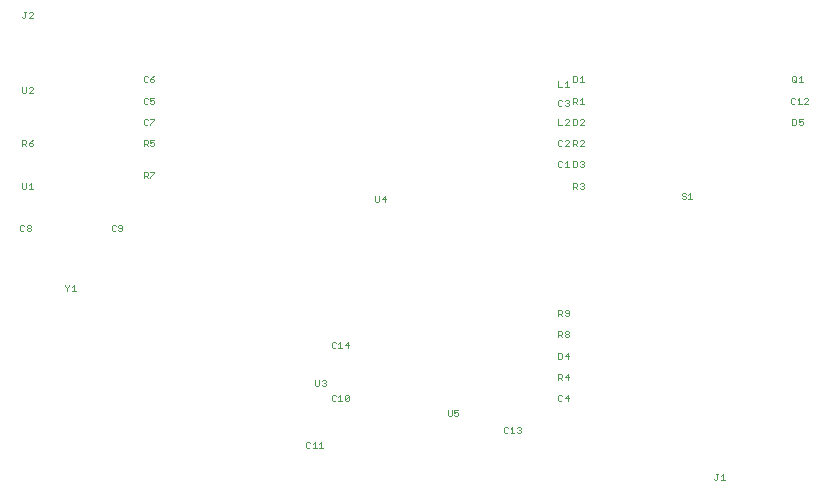
<source format=gto>
G75*
%MOIN*%
%OFA0B0*%
%FSLAX24Y24*%
%IPPOS*%
%LPD*%
%AMOC8*
5,1,8,0,0,1.08239X$1,22.5*
%
%ADD10C,0.0040*%
D10*
X010464Y007052D02*
X010497Y007019D01*
X010564Y007019D01*
X010598Y007052D01*
X010685Y007019D02*
X010819Y007019D01*
X010752Y007019D02*
X010752Y007219D01*
X010685Y007152D01*
X010598Y007186D02*
X010564Y007219D01*
X010497Y007219D01*
X010464Y007186D01*
X010464Y007052D01*
X010906Y007019D02*
X011040Y007019D01*
X010973Y007019D02*
X010973Y007219D01*
X010906Y007152D01*
X011348Y008578D02*
X011415Y008578D01*
X011448Y008611D01*
X011535Y008578D02*
X011669Y008578D01*
X011602Y008578D02*
X011602Y008778D01*
X011535Y008711D01*
X011448Y008745D02*
X011415Y008778D01*
X011348Y008778D01*
X011315Y008745D01*
X011315Y008611D01*
X011348Y008578D01*
X011756Y008611D02*
X011756Y008745D01*
X011790Y008778D01*
X011857Y008778D01*
X011890Y008745D01*
X011756Y008611D01*
X011790Y008578D01*
X011857Y008578D01*
X011890Y008611D01*
X011890Y008745D01*
X011121Y009110D02*
X011088Y009076D01*
X011021Y009076D01*
X010988Y009110D01*
X010900Y009110D02*
X010900Y009277D01*
X010988Y009243D02*
X011021Y009277D01*
X011088Y009277D01*
X011121Y009243D01*
X011121Y009210D01*
X011088Y009176D01*
X011121Y009143D01*
X011121Y009110D01*
X011088Y009176D02*
X011055Y009176D01*
X010900Y009110D02*
X010867Y009076D01*
X010800Y009076D01*
X010767Y009110D01*
X010767Y009277D01*
X011348Y010350D02*
X011415Y010350D01*
X011448Y010383D01*
X011535Y010350D02*
X011669Y010350D01*
X011602Y010350D02*
X011602Y010550D01*
X011535Y010483D01*
X011448Y010516D02*
X011415Y010550D01*
X011348Y010550D01*
X011315Y010516D01*
X011315Y010383D01*
X011348Y010350D01*
X011756Y010450D02*
X011890Y010450D01*
X011857Y010550D02*
X011756Y010450D01*
X011857Y010350D02*
X011857Y010550D01*
X015181Y008282D02*
X015181Y008115D01*
X015214Y008082D01*
X015281Y008082D01*
X015314Y008115D01*
X015314Y008282D01*
X015402Y008282D02*
X015402Y008182D01*
X015469Y008215D01*
X015502Y008215D01*
X015535Y008182D01*
X015535Y008115D01*
X015502Y008082D01*
X015435Y008082D01*
X015402Y008115D01*
X015402Y008282D02*
X015535Y008282D01*
X017055Y007682D02*
X017055Y007548D01*
X017088Y007515D01*
X017155Y007515D01*
X017188Y007548D01*
X017276Y007515D02*
X017409Y007515D01*
X017342Y007515D02*
X017342Y007715D01*
X017276Y007648D01*
X017188Y007682D02*
X017155Y007715D01*
X017088Y007715D01*
X017055Y007682D01*
X017497Y007682D02*
X017530Y007715D01*
X017597Y007715D01*
X017630Y007682D01*
X017630Y007648D01*
X017597Y007615D01*
X017630Y007582D01*
X017630Y007548D01*
X017597Y007515D01*
X017530Y007515D01*
X017497Y007548D01*
X017563Y007615D02*
X017597Y007615D01*
X018866Y008611D02*
X018899Y008578D01*
X018966Y008578D01*
X018999Y008611D01*
X019087Y008678D02*
X019187Y008778D01*
X019187Y008578D01*
X019220Y008678D02*
X019087Y008678D01*
X018999Y008745D02*
X018966Y008778D01*
X018899Y008778D01*
X018866Y008745D01*
X018866Y008611D01*
X018866Y009287D02*
X018866Y009487D01*
X018966Y009487D01*
X018999Y009453D01*
X018999Y009387D01*
X018966Y009353D01*
X018866Y009353D01*
X018933Y009353D02*
X018999Y009287D01*
X019087Y009387D02*
X019220Y009387D01*
X019187Y009487D02*
X019087Y009387D01*
X019187Y009287D02*
X019187Y009487D01*
X019187Y009995D02*
X019187Y010195D01*
X019087Y010095D01*
X019220Y010095D01*
X018999Y010029D02*
X018999Y010162D01*
X018966Y010195D01*
X018866Y010195D01*
X018866Y009995D01*
X018966Y009995D01*
X018999Y010029D01*
X018999Y010704D02*
X018933Y010771D01*
X018966Y010771D02*
X018866Y010771D01*
X018866Y010704D02*
X018866Y010904D01*
X018966Y010904D01*
X018999Y010871D01*
X018999Y010804D01*
X018966Y010771D01*
X019087Y010771D02*
X019120Y010804D01*
X019187Y010804D01*
X019220Y010771D01*
X019220Y010737D01*
X019187Y010704D01*
X019120Y010704D01*
X019087Y010737D01*
X019087Y010771D01*
X019120Y010804D02*
X019087Y010837D01*
X019087Y010871D01*
X019120Y010904D01*
X019187Y010904D01*
X019220Y010871D01*
X019220Y010837D01*
X019187Y010804D01*
X019187Y011413D02*
X019220Y011446D01*
X019220Y011579D01*
X019187Y011613D01*
X019120Y011613D01*
X019087Y011579D01*
X019087Y011546D01*
X019120Y011513D01*
X019220Y011513D01*
X019187Y011413D02*
X019120Y011413D01*
X019087Y011446D01*
X018999Y011413D02*
X018933Y011479D01*
X018966Y011479D02*
X018866Y011479D01*
X018866Y011413D02*
X018866Y011613D01*
X018966Y011613D01*
X018999Y011579D01*
X018999Y011513D01*
X018966Y011479D01*
X022976Y015344D02*
X023010Y015310D01*
X023076Y015310D01*
X023110Y015344D01*
X023110Y015377D01*
X023076Y015410D01*
X023010Y015410D01*
X022976Y015444D01*
X022976Y015477D01*
X023010Y015510D01*
X023076Y015510D01*
X023110Y015477D01*
X023197Y015444D02*
X023264Y015510D01*
X023264Y015310D01*
X023197Y015310D02*
X023331Y015310D01*
X026661Y017791D02*
X026661Y017991D01*
X026761Y017991D01*
X026795Y017957D01*
X026795Y017824D01*
X026761Y017791D01*
X026661Y017791D01*
X026882Y017824D02*
X026916Y017791D01*
X026982Y017791D01*
X027016Y017824D01*
X027016Y017891D01*
X026982Y017924D01*
X026949Y017924D01*
X026882Y017891D01*
X026882Y017991D01*
X027016Y017991D01*
X026976Y018499D02*
X026843Y018499D01*
X026909Y018499D02*
X026909Y018699D01*
X026843Y018633D01*
X026755Y018666D02*
X026722Y018699D01*
X026655Y018699D01*
X026622Y018666D01*
X026622Y018533D01*
X026655Y018499D01*
X026722Y018499D01*
X026755Y018533D01*
X027064Y018499D02*
X027197Y018633D01*
X027197Y018666D01*
X027164Y018699D01*
X027097Y018699D01*
X027064Y018666D01*
X027064Y018499D02*
X027197Y018499D01*
X027016Y019208D02*
X026882Y019208D01*
X026949Y019208D02*
X026949Y019408D01*
X026882Y019341D01*
X026795Y019375D02*
X026795Y019241D01*
X026761Y019208D01*
X026695Y019208D01*
X026661Y019241D01*
X026661Y019375D01*
X026695Y019408D01*
X026761Y019408D01*
X026795Y019375D01*
X026728Y019275D02*
X026795Y019208D01*
X019716Y019208D02*
X019583Y019208D01*
X019650Y019208D02*
X019650Y019408D01*
X019583Y019341D01*
X019495Y019375D02*
X019462Y019408D01*
X019362Y019408D01*
X019362Y019208D01*
X019462Y019208D01*
X019495Y019241D01*
X019495Y019375D01*
X019154Y019266D02*
X019154Y019066D01*
X019220Y019066D02*
X019087Y019066D01*
X018999Y019066D02*
X018866Y019066D01*
X018866Y019266D01*
X019087Y019200D02*
X019154Y019266D01*
X019362Y018699D02*
X019462Y018699D01*
X019495Y018666D01*
X019495Y018599D01*
X019462Y018566D01*
X019362Y018566D01*
X019429Y018566D02*
X019495Y018499D01*
X019583Y018499D02*
X019716Y018499D01*
X019650Y018499D02*
X019650Y018699D01*
X019583Y018633D01*
X019362Y018699D02*
X019362Y018499D01*
X019220Y018495D02*
X019220Y018462D01*
X019187Y018428D01*
X019120Y018428D01*
X019087Y018462D01*
X018999Y018462D02*
X018966Y018428D01*
X018899Y018428D01*
X018866Y018462D01*
X018866Y018595D01*
X018899Y018629D01*
X018966Y018629D01*
X018999Y018595D01*
X019087Y018595D02*
X019120Y018629D01*
X019187Y018629D01*
X019220Y018595D01*
X019220Y018562D01*
X019187Y018528D01*
X019220Y018495D01*
X019187Y018528D02*
X019154Y018528D01*
X019187Y017991D02*
X019120Y017991D01*
X019087Y017957D01*
X019187Y017991D02*
X019220Y017957D01*
X019220Y017924D01*
X019087Y017791D01*
X019220Y017791D01*
X019362Y017791D02*
X019362Y017991D01*
X019462Y017991D01*
X019495Y017957D01*
X019495Y017824D01*
X019462Y017791D01*
X019362Y017791D01*
X019583Y017791D02*
X019716Y017924D01*
X019716Y017957D01*
X019683Y017991D01*
X019616Y017991D01*
X019583Y017957D01*
X019583Y017791D02*
X019716Y017791D01*
X019683Y017282D02*
X019616Y017282D01*
X019583Y017249D01*
X019495Y017249D02*
X019495Y017182D01*
X019462Y017149D01*
X019362Y017149D01*
X019429Y017149D02*
X019495Y017082D01*
X019583Y017082D02*
X019716Y017215D01*
X019716Y017249D01*
X019683Y017282D01*
X019495Y017249D02*
X019462Y017282D01*
X019362Y017282D01*
X019362Y017082D01*
X019220Y017082D02*
X019087Y017082D01*
X019220Y017215D01*
X019220Y017249D01*
X019187Y017282D01*
X019120Y017282D01*
X019087Y017249D01*
X018999Y017249D02*
X018966Y017282D01*
X018899Y017282D01*
X018866Y017249D01*
X018866Y017115D01*
X018899Y017082D01*
X018966Y017082D01*
X018999Y017115D01*
X018966Y016573D02*
X018899Y016573D01*
X018866Y016540D01*
X018866Y016407D01*
X018899Y016373D01*
X018966Y016373D01*
X018999Y016407D01*
X019087Y016373D02*
X019220Y016373D01*
X019154Y016373D02*
X019154Y016573D01*
X019087Y016507D01*
X018999Y016540D02*
X018966Y016573D01*
X019362Y016573D02*
X019362Y016373D01*
X019462Y016373D01*
X019495Y016407D01*
X019495Y016540D01*
X019462Y016573D01*
X019362Y016573D01*
X019583Y016540D02*
X019616Y016573D01*
X019683Y016573D01*
X019716Y016540D01*
X019716Y016507D01*
X019683Y016473D01*
X019716Y016440D01*
X019716Y016407D01*
X019683Y016373D01*
X019616Y016373D01*
X019583Y016407D01*
X019650Y016473D02*
X019683Y016473D01*
X019683Y015865D02*
X019716Y015831D01*
X019716Y015798D01*
X019683Y015765D01*
X019716Y015731D01*
X019716Y015698D01*
X019683Y015665D01*
X019616Y015665D01*
X019583Y015698D01*
X019495Y015665D02*
X019429Y015731D01*
X019462Y015731D02*
X019362Y015731D01*
X019362Y015665D02*
X019362Y015865D01*
X019462Y015865D01*
X019495Y015831D01*
X019495Y015765D01*
X019462Y015731D01*
X019583Y015831D02*
X019616Y015865D01*
X019683Y015865D01*
X019683Y015765D02*
X019650Y015765D01*
X019716Y017082D02*
X019583Y017082D01*
X018999Y017791D02*
X018866Y017791D01*
X018866Y017991D01*
X013077Y015408D02*
X013077Y015208D01*
X013110Y015308D02*
X012977Y015308D01*
X013077Y015408D01*
X012889Y015408D02*
X012889Y015241D01*
X012856Y015208D01*
X012789Y015208D01*
X012756Y015241D01*
X012756Y015408D01*
X005401Y016186D02*
X005268Y016052D01*
X005268Y016019D01*
X005180Y016019D02*
X005114Y016086D01*
X005147Y016086D02*
X005047Y016086D01*
X005047Y016019D02*
X005047Y016219D01*
X005147Y016219D01*
X005180Y016186D01*
X005180Y016119D01*
X005147Y016086D01*
X005268Y016219D02*
X005401Y016219D01*
X005401Y016186D01*
X005368Y017082D02*
X005301Y017082D01*
X005268Y017115D01*
X005268Y017182D02*
X005335Y017215D01*
X005368Y017215D01*
X005401Y017182D01*
X005401Y017115D01*
X005368Y017082D01*
X005268Y017182D02*
X005268Y017282D01*
X005401Y017282D01*
X005180Y017249D02*
X005180Y017182D01*
X005147Y017149D01*
X005047Y017149D01*
X005114Y017149D02*
X005180Y017082D01*
X005047Y017082D02*
X005047Y017282D01*
X005147Y017282D01*
X005180Y017249D01*
X005147Y017791D02*
X005180Y017824D01*
X005147Y017791D02*
X005080Y017791D01*
X005047Y017824D01*
X005047Y017957D01*
X005080Y017991D01*
X005147Y017991D01*
X005180Y017957D01*
X005268Y017991D02*
X005401Y017991D01*
X005401Y017957D01*
X005268Y017824D01*
X005268Y017791D01*
X005301Y018499D02*
X005268Y018533D01*
X005301Y018499D02*
X005368Y018499D01*
X005401Y018533D01*
X005401Y018599D01*
X005368Y018633D01*
X005335Y018633D01*
X005268Y018599D01*
X005268Y018699D01*
X005401Y018699D01*
X005180Y018666D02*
X005147Y018699D01*
X005080Y018699D01*
X005047Y018666D01*
X005047Y018533D01*
X005080Y018499D01*
X005147Y018499D01*
X005180Y018533D01*
X005147Y019208D02*
X005180Y019241D01*
X005147Y019208D02*
X005080Y019208D01*
X005047Y019241D01*
X005047Y019375D01*
X005080Y019408D01*
X005147Y019408D01*
X005180Y019375D01*
X005268Y019308D02*
X005368Y019308D01*
X005401Y019275D01*
X005401Y019241D01*
X005368Y019208D01*
X005301Y019208D01*
X005268Y019241D01*
X005268Y019308D01*
X005335Y019375D01*
X005401Y019408D01*
X001362Y019020D02*
X001362Y018987D01*
X001229Y018854D01*
X001362Y018854D01*
X001362Y019020D02*
X001329Y019054D01*
X001262Y019054D01*
X001229Y019020D01*
X001141Y019054D02*
X001141Y018887D01*
X001108Y018854D01*
X001041Y018854D01*
X001008Y018887D01*
X001008Y019054D01*
X001008Y017282D02*
X001108Y017282D01*
X001141Y017249D01*
X001141Y017182D01*
X001108Y017149D01*
X001008Y017149D01*
X001074Y017149D02*
X001141Y017082D01*
X001229Y017115D02*
X001229Y017182D01*
X001329Y017182D01*
X001362Y017149D01*
X001362Y017115D01*
X001329Y017082D01*
X001262Y017082D01*
X001229Y017115D01*
X001229Y017182D02*
X001295Y017249D01*
X001362Y017282D01*
X001008Y017282D02*
X001008Y017082D01*
X001008Y015865D02*
X001008Y015698D01*
X001041Y015665D01*
X001108Y015665D01*
X001141Y015698D01*
X001141Y015865D01*
X001229Y015798D02*
X001295Y015865D01*
X001295Y015665D01*
X001229Y015665D02*
X001362Y015665D01*
X001258Y014447D02*
X001291Y014414D01*
X001291Y014381D01*
X001258Y014347D01*
X001191Y014347D01*
X001158Y014381D01*
X001158Y014414D01*
X001191Y014447D01*
X001258Y014447D01*
X001258Y014347D02*
X001291Y014314D01*
X001291Y014281D01*
X001258Y014247D01*
X001191Y014247D01*
X001158Y014281D01*
X001158Y014314D01*
X001191Y014347D01*
X001070Y014281D02*
X001037Y014247D01*
X000970Y014247D01*
X000937Y014281D01*
X000937Y014414D01*
X000970Y014447D01*
X001037Y014447D01*
X001070Y014414D01*
X002425Y012463D02*
X002425Y012430D01*
X002492Y012363D01*
X002492Y012263D01*
X002492Y012363D02*
X002558Y012430D01*
X002558Y012463D01*
X002646Y012396D02*
X002713Y012463D01*
X002713Y012263D01*
X002779Y012263D02*
X002646Y012263D01*
X004017Y014247D02*
X004084Y014247D01*
X004117Y014281D01*
X004205Y014281D02*
X004238Y014247D01*
X004305Y014247D01*
X004338Y014281D01*
X004338Y014414D01*
X004305Y014447D01*
X004238Y014447D01*
X004205Y014414D01*
X004205Y014381D01*
X004238Y014347D01*
X004338Y014347D01*
X004117Y014414D02*
X004084Y014447D01*
X004017Y014447D01*
X003984Y014414D01*
X003984Y014281D01*
X004017Y014247D01*
X001362Y021338D02*
X001229Y021338D01*
X001362Y021471D01*
X001362Y021505D01*
X001329Y021538D01*
X001262Y021538D01*
X001229Y021505D01*
X001141Y021538D02*
X001074Y021538D01*
X001108Y021538D02*
X001108Y021371D01*
X001074Y021338D01*
X001041Y021338D01*
X001008Y021371D01*
X024130Y006164D02*
X024196Y006164D01*
X024163Y006164D02*
X024163Y005997D01*
X024130Y005964D01*
X024096Y005964D01*
X024063Y005997D01*
X024284Y005964D02*
X024417Y005964D01*
X024351Y005964D02*
X024351Y006164D01*
X024284Y006097D01*
M02*

</source>
